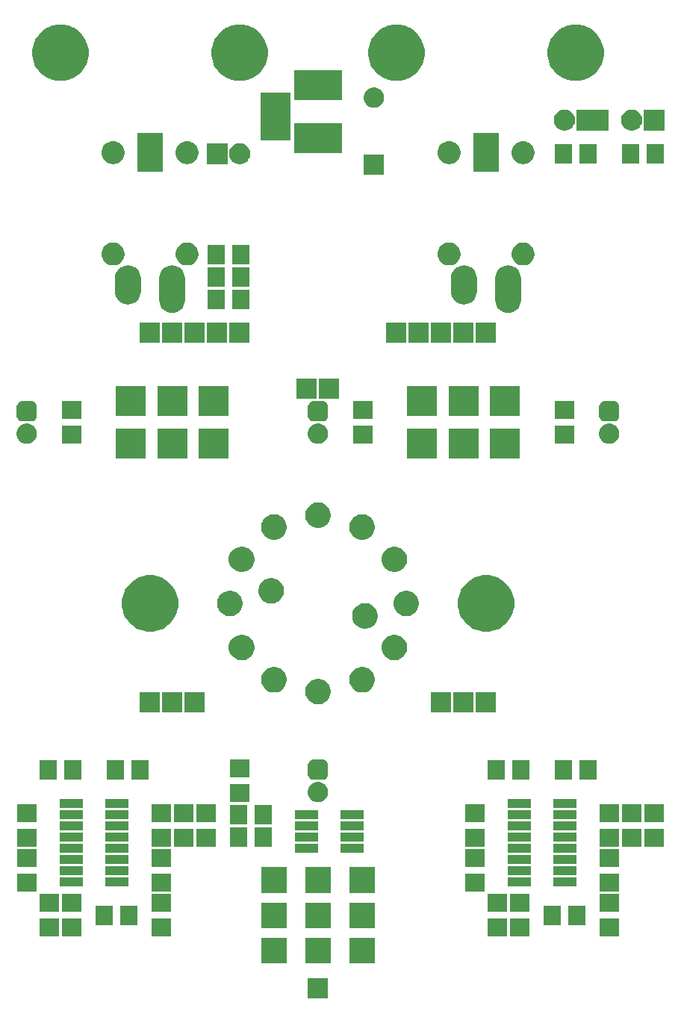
<source format=gbr>
G04 #@! TF.GenerationSoftware,KiCad,Pcbnew,5.1.6-c6e7f7d~87~ubuntu19.10.1*
G04 #@! TF.CreationDate,2021-08-21T16:07:25+06:00*
G04 #@! TF.ProjectId,salty_phaser_r1a,73616c74-795f-4706-9861-7365725f7231,1A*
G04 #@! TF.SameCoordinates,Original*
G04 #@! TF.FileFunction,Soldermask,Bot*
G04 #@! TF.FilePolarity,Negative*
%FSLAX46Y46*%
G04 Gerber Fmt 4.6, Leading zero omitted, Abs format (unit mm)*
G04 Created by KiCad (PCBNEW 5.1.6-c6e7f7d~87~ubuntu19.10.1) date 2021-08-21 16:07:25*
%MOMM*%
%LPD*%
G01*
G04 APERTURE LIST*
%ADD10C,0.100000*%
G04 APERTURE END LIST*
D10*
G36*
X106560000Y-203715000D02*
G01*
X104260000Y-203715000D01*
X104260000Y-201415000D01*
X106560000Y-201415000D01*
X106560000Y-203715000D01*
G37*
G36*
X111860000Y-199760000D02*
G01*
X108960000Y-199760000D01*
X108960000Y-196860000D01*
X111860000Y-196860000D01*
X111860000Y-199760000D01*
G37*
G36*
X101860000Y-199760000D02*
G01*
X98960000Y-199760000D01*
X98960000Y-196860000D01*
X101860000Y-196860000D01*
X101860000Y-199760000D01*
G37*
G36*
X106860000Y-199760000D02*
G01*
X103960000Y-199760000D01*
X103960000Y-196860000D01*
X106860000Y-196860000D01*
X106860000Y-199760000D01*
G37*
G36*
X88730000Y-196710000D02*
G01*
X86530000Y-196710000D01*
X86530000Y-194710000D01*
X88730000Y-194710000D01*
X88730000Y-196710000D01*
G37*
G36*
X78570000Y-196710000D02*
G01*
X76370000Y-196710000D01*
X76370000Y-194710000D01*
X78570000Y-194710000D01*
X78570000Y-196710000D01*
G37*
G36*
X76030000Y-196710000D02*
G01*
X73830000Y-196710000D01*
X73830000Y-194710000D01*
X76030000Y-194710000D01*
X76030000Y-196710000D01*
G37*
G36*
X126830000Y-196710000D02*
G01*
X124630000Y-196710000D01*
X124630000Y-194710000D01*
X126830000Y-194710000D01*
X126830000Y-196710000D01*
G37*
G36*
X129370000Y-196710000D02*
G01*
X127170000Y-196710000D01*
X127170000Y-194710000D01*
X129370000Y-194710000D01*
X129370000Y-196710000D01*
G37*
G36*
X139530000Y-196710000D02*
G01*
X137330000Y-196710000D01*
X137330000Y-194710000D01*
X139530000Y-194710000D01*
X139530000Y-196710000D01*
G37*
G36*
X101860000Y-195760000D02*
G01*
X98960000Y-195760000D01*
X98960000Y-192860000D01*
X101860000Y-192860000D01*
X101860000Y-195760000D01*
G37*
G36*
X106860000Y-195760000D02*
G01*
X103960000Y-195760000D01*
X103960000Y-192860000D01*
X106860000Y-192860000D01*
X106860000Y-195760000D01*
G37*
G36*
X111860000Y-195760000D02*
G01*
X108960000Y-195760000D01*
X108960000Y-192860000D01*
X111860000Y-192860000D01*
X111860000Y-195760000D01*
G37*
G36*
X135750000Y-195410000D02*
G01*
X133750000Y-195410000D01*
X133750000Y-193210000D01*
X135750000Y-193210000D01*
X135750000Y-195410000D01*
G37*
G36*
X82150000Y-195410000D02*
G01*
X80150000Y-195410000D01*
X80150000Y-193210000D01*
X82150000Y-193210000D01*
X82150000Y-195410000D01*
G37*
G36*
X132950000Y-195410000D02*
G01*
X130950000Y-195410000D01*
X130950000Y-193210000D01*
X132950000Y-193210000D01*
X132950000Y-195410000D01*
G37*
G36*
X84950000Y-195410000D02*
G01*
X82950000Y-195410000D01*
X82950000Y-193210000D01*
X84950000Y-193210000D01*
X84950000Y-195410000D01*
G37*
G36*
X126830000Y-193910000D02*
G01*
X124630000Y-193910000D01*
X124630000Y-191910000D01*
X126830000Y-191910000D01*
X126830000Y-193910000D01*
G37*
G36*
X78570000Y-193910000D02*
G01*
X76370000Y-193910000D01*
X76370000Y-191910000D01*
X78570000Y-191910000D01*
X78570000Y-193910000D01*
G37*
G36*
X139530000Y-193910000D02*
G01*
X137330000Y-193910000D01*
X137330000Y-191910000D01*
X139530000Y-191910000D01*
X139530000Y-193910000D01*
G37*
G36*
X88730000Y-193910000D02*
G01*
X86530000Y-193910000D01*
X86530000Y-191910000D01*
X88730000Y-191910000D01*
X88730000Y-193910000D01*
G37*
G36*
X129370000Y-193910000D02*
G01*
X127170000Y-193910000D01*
X127170000Y-191910000D01*
X129370000Y-191910000D01*
X129370000Y-193910000D01*
G37*
G36*
X76030000Y-193910000D02*
G01*
X73830000Y-193910000D01*
X73830000Y-191910000D01*
X76030000Y-191910000D01*
X76030000Y-193910000D01*
G37*
G36*
X106860000Y-191760000D02*
G01*
X103960000Y-191760000D01*
X103960000Y-188860000D01*
X106860000Y-188860000D01*
X106860000Y-191760000D01*
G37*
G36*
X111860000Y-191760000D02*
G01*
X108960000Y-191760000D01*
X108960000Y-188860000D01*
X111860000Y-188860000D01*
X111860000Y-191760000D01*
G37*
G36*
X101860000Y-191760000D02*
G01*
X98960000Y-191760000D01*
X98960000Y-188860000D01*
X101860000Y-188860000D01*
X101860000Y-191760000D01*
G37*
G36*
X73490000Y-191630000D02*
G01*
X71290000Y-191630000D01*
X71290000Y-189630000D01*
X73490000Y-189630000D01*
X73490000Y-191630000D01*
G37*
G36*
X139530000Y-191630000D02*
G01*
X137330000Y-191630000D01*
X137330000Y-189630000D01*
X139530000Y-189630000D01*
X139530000Y-191630000D01*
G37*
G36*
X124290000Y-191630000D02*
G01*
X122090000Y-191630000D01*
X122090000Y-189630000D01*
X124290000Y-189630000D01*
X124290000Y-191630000D01*
G37*
G36*
X88730000Y-191630000D02*
G01*
X86530000Y-191630000D01*
X86530000Y-189630000D01*
X88730000Y-189630000D01*
X88730000Y-191630000D01*
G37*
G36*
X129510000Y-191000000D02*
G01*
X126910000Y-191000000D01*
X126910000Y-190000000D01*
X129510000Y-190000000D01*
X129510000Y-191000000D01*
G37*
G36*
X134710000Y-191000000D02*
G01*
X132110000Y-191000000D01*
X132110000Y-190000000D01*
X134710000Y-190000000D01*
X134710000Y-191000000D01*
G37*
G36*
X83910000Y-191000000D02*
G01*
X81310000Y-191000000D01*
X81310000Y-190000000D01*
X83910000Y-190000000D01*
X83910000Y-191000000D01*
G37*
G36*
X78710000Y-191000000D02*
G01*
X76110000Y-191000000D01*
X76110000Y-190000000D01*
X78710000Y-190000000D01*
X78710000Y-191000000D01*
G37*
G36*
X134710000Y-189730000D02*
G01*
X132110000Y-189730000D01*
X132110000Y-188730000D01*
X134710000Y-188730000D01*
X134710000Y-189730000D01*
G37*
G36*
X129510000Y-189730000D02*
G01*
X126910000Y-189730000D01*
X126910000Y-188730000D01*
X129510000Y-188730000D01*
X129510000Y-189730000D01*
G37*
G36*
X83910000Y-189730000D02*
G01*
X81310000Y-189730000D01*
X81310000Y-188730000D01*
X83910000Y-188730000D01*
X83910000Y-189730000D01*
G37*
G36*
X78710000Y-189730000D02*
G01*
X76110000Y-189730000D01*
X76110000Y-188730000D01*
X78710000Y-188730000D01*
X78710000Y-189730000D01*
G37*
G36*
X124290000Y-188830000D02*
G01*
X122090000Y-188830000D01*
X122090000Y-186830000D01*
X124290000Y-186830000D01*
X124290000Y-188830000D01*
G37*
G36*
X139530000Y-188830000D02*
G01*
X137330000Y-188830000D01*
X137330000Y-186830000D01*
X139530000Y-186830000D01*
X139530000Y-188830000D01*
G37*
G36*
X88730000Y-188830000D02*
G01*
X86530000Y-188830000D01*
X86530000Y-186830000D01*
X88730000Y-186830000D01*
X88730000Y-188830000D01*
G37*
G36*
X73490000Y-188830000D02*
G01*
X71290000Y-188830000D01*
X71290000Y-186830000D01*
X73490000Y-186830000D01*
X73490000Y-188830000D01*
G37*
G36*
X134710000Y-188460000D02*
G01*
X132110000Y-188460000D01*
X132110000Y-187460000D01*
X134710000Y-187460000D01*
X134710000Y-188460000D01*
G37*
G36*
X129510000Y-188460000D02*
G01*
X126910000Y-188460000D01*
X126910000Y-187460000D01*
X129510000Y-187460000D01*
X129510000Y-188460000D01*
G37*
G36*
X83910000Y-188460000D02*
G01*
X81310000Y-188460000D01*
X81310000Y-187460000D01*
X83910000Y-187460000D01*
X83910000Y-188460000D01*
G37*
G36*
X78710000Y-188460000D02*
G01*
X76110000Y-188460000D01*
X76110000Y-187460000D01*
X78710000Y-187460000D01*
X78710000Y-188460000D01*
G37*
G36*
X134710000Y-187190000D02*
G01*
X132110000Y-187190000D01*
X132110000Y-186190000D01*
X134710000Y-186190000D01*
X134710000Y-187190000D01*
G37*
G36*
X105380000Y-187190000D02*
G01*
X102780000Y-187190000D01*
X102780000Y-186190000D01*
X105380000Y-186190000D01*
X105380000Y-187190000D01*
G37*
G36*
X110580000Y-187190000D02*
G01*
X107980000Y-187190000D01*
X107980000Y-186190000D01*
X110580000Y-186190000D01*
X110580000Y-187190000D01*
G37*
G36*
X78710000Y-187190000D02*
G01*
X76110000Y-187190000D01*
X76110000Y-186190000D01*
X78710000Y-186190000D01*
X78710000Y-187190000D01*
G37*
G36*
X83910000Y-187190000D02*
G01*
X81310000Y-187190000D01*
X81310000Y-186190000D01*
X83910000Y-186190000D01*
X83910000Y-187190000D01*
G37*
G36*
X129510000Y-187190000D02*
G01*
X126910000Y-187190000D01*
X126910000Y-186190000D01*
X129510000Y-186190000D01*
X129510000Y-187190000D01*
G37*
G36*
X88730000Y-186550000D02*
G01*
X86530000Y-186550000D01*
X86530000Y-184550000D01*
X88730000Y-184550000D01*
X88730000Y-186550000D01*
G37*
G36*
X93810000Y-186550000D02*
G01*
X91610000Y-186550000D01*
X91610000Y-184550000D01*
X93810000Y-184550000D01*
X93810000Y-186550000D01*
G37*
G36*
X142070000Y-186550000D02*
G01*
X139870000Y-186550000D01*
X139870000Y-184550000D01*
X142070000Y-184550000D01*
X142070000Y-186550000D01*
G37*
G36*
X144610000Y-186550000D02*
G01*
X142410000Y-186550000D01*
X142410000Y-184550000D01*
X144610000Y-184550000D01*
X144610000Y-186550000D01*
G37*
G36*
X91270000Y-186550000D02*
G01*
X89070000Y-186550000D01*
X89070000Y-184550000D01*
X91270000Y-184550000D01*
X91270000Y-186550000D01*
G37*
G36*
X124290000Y-186550000D02*
G01*
X122090000Y-186550000D01*
X122090000Y-184550000D01*
X124290000Y-184550000D01*
X124290000Y-186550000D01*
G37*
G36*
X73490000Y-186550000D02*
G01*
X71290000Y-186550000D01*
X71290000Y-184550000D01*
X73490000Y-184550000D01*
X73490000Y-186550000D01*
G37*
G36*
X139530000Y-186550000D02*
G01*
X137330000Y-186550000D01*
X137330000Y-184550000D01*
X139530000Y-184550000D01*
X139530000Y-186550000D01*
G37*
G36*
X100190000Y-186520000D02*
G01*
X98190000Y-186520000D01*
X98190000Y-184320000D01*
X100190000Y-184320000D01*
X100190000Y-186520000D01*
G37*
G36*
X97390000Y-186520000D02*
G01*
X95390000Y-186520000D01*
X95390000Y-184320000D01*
X97390000Y-184320000D01*
X97390000Y-186520000D01*
G37*
G36*
X78710000Y-185920000D02*
G01*
X76110000Y-185920000D01*
X76110000Y-184920000D01*
X78710000Y-184920000D01*
X78710000Y-185920000D01*
G37*
G36*
X83910000Y-185920000D02*
G01*
X81310000Y-185920000D01*
X81310000Y-184920000D01*
X83910000Y-184920000D01*
X83910000Y-185920000D01*
G37*
G36*
X110580000Y-185920000D02*
G01*
X107980000Y-185920000D01*
X107980000Y-184920000D01*
X110580000Y-184920000D01*
X110580000Y-185920000D01*
G37*
G36*
X105380000Y-185920000D02*
G01*
X102780000Y-185920000D01*
X102780000Y-184920000D01*
X105380000Y-184920000D01*
X105380000Y-185920000D01*
G37*
G36*
X134710000Y-185920000D02*
G01*
X132110000Y-185920000D01*
X132110000Y-184920000D01*
X134710000Y-184920000D01*
X134710000Y-185920000D01*
G37*
G36*
X129510000Y-185920000D02*
G01*
X126910000Y-185920000D01*
X126910000Y-184920000D01*
X129510000Y-184920000D01*
X129510000Y-185920000D01*
G37*
G36*
X83910000Y-184650000D02*
G01*
X81310000Y-184650000D01*
X81310000Y-183650000D01*
X83910000Y-183650000D01*
X83910000Y-184650000D01*
G37*
G36*
X78710000Y-184650000D02*
G01*
X76110000Y-184650000D01*
X76110000Y-183650000D01*
X78710000Y-183650000D01*
X78710000Y-184650000D01*
G37*
G36*
X105380000Y-184650000D02*
G01*
X102780000Y-184650000D01*
X102780000Y-183650000D01*
X105380000Y-183650000D01*
X105380000Y-184650000D01*
G37*
G36*
X110580000Y-184650000D02*
G01*
X107980000Y-184650000D01*
X107980000Y-183650000D01*
X110580000Y-183650000D01*
X110580000Y-184650000D01*
G37*
G36*
X129510000Y-184650000D02*
G01*
X126910000Y-184650000D01*
X126910000Y-183650000D01*
X129510000Y-183650000D01*
X129510000Y-184650000D01*
G37*
G36*
X134710000Y-184650000D02*
G01*
X132110000Y-184650000D01*
X132110000Y-183650000D01*
X134710000Y-183650000D01*
X134710000Y-184650000D01*
G37*
G36*
X97390000Y-183980000D02*
G01*
X95390000Y-183980000D01*
X95390000Y-181780000D01*
X97390000Y-181780000D01*
X97390000Y-183980000D01*
G37*
G36*
X100190000Y-183980000D02*
G01*
X98190000Y-183980000D01*
X98190000Y-181780000D01*
X100190000Y-181780000D01*
X100190000Y-183980000D01*
G37*
G36*
X91270000Y-183750000D02*
G01*
X89070000Y-183750000D01*
X89070000Y-181750000D01*
X91270000Y-181750000D01*
X91270000Y-183750000D01*
G37*
G36*
X93810000Y-183750000D02*
G01*
X91610000Y-183750000D01*
X91610000Y-181750000D01*
X93810000Y-181750000D01*
X93810000Y-183750000D01*
G37*
G36*
X73490000Y-183750000D02*
G01*
X71290000Y-183750000D01*
X71290000Y-181750000D01*
X73490000Y-181750000D01*
X73490000Y-183750000D01*
G37*
G36*
X88730000Y-183750000D02*
G01*
X86530000Y-183750000D01*
X86530000Y-181750000D01*
X88730000Y-181750000D01*
X88730000Y-183750000D01*
G37*
G36*
X139530000Y-183750000D02*
G01*
X137330000Y-183750000D01*
X137330000Y-181750000D01*
X139530000Y-181750000D01*
X139530000Y-183750000D01*
G37*
G36*
X124290000Y-183750000D02*
G01*
X122090000Y-183750000D01*
X122090000Y-181750000D01*
X124290000Y-181750000D01*
X124290000Y-183750000D01*
G37*
G36*
X144610000Y-183750000D02*
G01*
X142410000Y-183750000D01*
X142410000Y-181750000D01*
X144610000Y-181750000D01*
X144610000Y-183750000D01*
G37*
G36*
X142070000Y-183750000D02*
G01*
X139870000Y-183750000D01*
X139870000Y-181750000D01*
X142070000Y-181750000D01*
X142070000Y-183750000D01*
G37*
G36*
X129510000Y-183380000D02*
G01*
X126910000Y-183380000D01*
X126910000Y-182380000D01*
X129510000Y-182380000D01*
X129510000Y-183380000D01*
G37*
G36*
X134710000Y-183380000D02*
G01*
X132110000Y-183380000D01*
X132110000Y-182380000D01*
X134710000Y-182380000D01*
X134710000Y-183380000D01*
G37*
G36*
X110580000Y-183380000D02*
G01*
X107980000Y-183380000D01*
X107980000Y-182380000D01*
X110580000Y-182380000D01*
X110580000Y-183380000D01*
G37*
G36*
X78710000Y-183380000D02*
G01*
X76110000Y-183380000D01*
X76110000Y-182380000D01*
X78710000Y-182380000D01*
X78710000Y-183380000D01*
G37*
G36*
X105380000Y-183380000D02*
G01*
X102780000Y-183380000D01*
X102780000Y-182380000D01*
X105380000Y-182380000D01*
X105380000Y-183380000D01*
G37*
G36*
X83910000Y-183380000D02*
G01*
X81310000Y-183380000D01*
X81310000Y-182380000D01*
X83910000Y-182380000D01*
X83910000Y-183380000D01*
G37*
G36*
X83910000Y-182110000D02*
G01*
X81310000Y-182110000D01*
X81310000Y-181110000D01*
X83910000Y-181110000D01*
X83910000Y-182110000D01*
G37*
G36*
X78710000Y-182110000D02*
G01*
X76110000Y-182110000D01*
X76110000Y-181110000D01*
X78710000Y-181110000D01*
X78710000Y-182110000D01*
G37*
G36*
X134710000Y-182110000D02*
G01*
X132110000Y-182110000D01*
X132110000Y-181110000D01*
X134710000Y-181110000D01*
X134710000Y-182110000D01*
G37*
G36*
X129510000Y-182110000D02*
G01*
X126910000Y-182110000D01*
X126910000Y-181110000D01*
X129510000Y-181110000D01*
X129510000Y-182110000D01*
G37*
G36*
X105634354Y-179212097D02*
G01*
X105745443Y-179234194D01*
X105868039Y-179284976D01*
X105954728Y-179320883D01*
X106143081Y-179446736D01*
X106303264Y-179606919D01*
X106429117Y-179795272D01*
X106465024Y-179881961D01*
X106515806Y-180004557D01*
X106560000Y-180226735D01*
X106560000Y-180453265D01*
X106515806Y-180675443D01*
X106465024Y-180798039D01*
X106429117Y-180884728D01*
X106303264Y-181073081D01*
X106143081Y-181233264D01*
X105954728Y-181359117D01*
X105868039Y-181395024D01*
X105745443Y-181445806D01*
X105634354Y-181467903D01*
X105523267Y-181490000D01*
X105296733Y-181490000D01*
X105185646Y-181467903D01*
X105074557Y-181445806D01*
X104951961Y-181395024D01*
X104865272Y-181359117D01*
X104676919Y-181233264D01*
X104516736Y-181073081D01*
X104390883Y-180884728D01*
X104354976Y-180798039D01*
X104304194Y-180675443D01*
X104260000Y-180453265D01*
X104260000Y-180226735D01*
X104304194Y-180004557D01*
X104354976Y-179881961D01*
X104390883Y-179795272D01*
X104516736Y-179606919D01*
X104676919Y-179446736D01*
X104865272Y-179320883D01*
X104951961Y-179284976D01*
X105074557Y-179234194D01*
X105185646Y-179212097D01*
X105296733Y-179190000D01*
X105523267Y-179190000D01*
X105634354Y-179212097D01*
G37*
G36*
X97620000Y-181470000D02*
G01*
X95420000Y-181470000D01*
X95420000Y-179470000D01*
X97620000Y-179470000D01*
X97620000Y-181470000D01*
G37*
G36*
X106020663Y-176663111D02*
G01*
X106146307Y-176701225D01*
X106262096Y-176763115D01*
X106363590Y-176846410D01*
X106446885Y-176947904D01*
X106508775Y-177063693D01*
X106546889Y-177189337D01*
X106560000Y-177322454D01*
X106560000Y-178277546D01*
X106546889Y-178410663D01*
X106508775Y-178536307D01*
X106446885Y-178652096D01*
X106363590Y-178753590D01*
X106262096Y-178836885D01*
X106146307Y-178898775D01*
X106020663Y-178936889D01*
X105887546Y-178950000D01*
X104932454Y-178950000D01*
X104799337Y-178936889D01*
X104673693Y-178898775D01*
X104557904Y-178836885D01*
X104456410Y-178753590D01*
X104373115Y-178652096D01*
X104311225Y-178536307D01*
X104273111Y-178410663D01*
X104260000Y-178277546D01*
X104260000Y-177322454D01*
X104273111Y-177189337D01*
X104311225Y-177063693D01*
X104373115Y-176947904D01*
X104456410Y-176846410D01*
X104557904Y-176763115D01*
X104673693Y-176701225D01*
X104799337Y-176663111D01*
X104932454Y-176650000D01*
X105887546Y-176650000D01*
X106020663Y-176663111D01*
G37*
G36*
X126600000Y-178900000D02*
G01*
X124600000Y-178900000D01*
X124600000Y-176700000D01*
X126600000Y-176700000D01*
X126600000Y-178900000D01*
G37*
G36*
X134220000Y-178900000D02*
G01*
X132220000Y-178900000D01*
X132220000Y-176700000D01*
X134220000Y-176700000D01*
X134220000Y-178900000D01*
G37*
G36*
X86220000Y-178900000D02*
G01*
X84220000Y-178900000D01*
X84220000Y-176700000D01*
X86220000Y-176700000D01*
X86220000Y-178900000D01*
G37*
G36*
X83420000Y-178900000D02*
G01*
X81420000Y-178900000D01*
X81420000Y-176700000D01*
X83420000Y-176700000D01*
X83420000Y-178900000D01*
G37*
G36*
X129400000Y-178900000D02*
G01*
X127400000Y-178900000D01*
X127400000Y-176700000D01*
X129400000Y-176700000D01*
X129400000Y-178900000D01*
G37*
G36*
X78600000Y-178900000D02*
G01*
X76600000Y-178900000D01*
X76600000Y-176700000D01*
X78600000Y-176700000D01*
X78600000Y-178900000D01*
G37*
G36*
X75800000Y-178900000D02*
G01*
X73800000Y-178900000D01*
X73800000Y-176700000D01*
X75800000Y-176700000D01*
X75800000Y-178900000D01*
G37*
G36*
X137020000Y-178900000D02*
G01*
X135020000Y-178900000D01*
X135020000Y-176700000D01*
X137020000Y-176700000D01*
X137020000Y-178900000D01*
G37*
G36*
X97620000Y-178670000D02*
G01*
X95420000Y-178670000D01*
X95420000Y-176670000D01*
X97620000Y-176670000D01*
X97620000Y-178670000D01*
G37*
G36*
X120530000Y-171330000D02*
G01*
X118230000Y-171330000D01*
X118230000Y-169030000D01*
X120530000Y-169030000D01*
X120530000Y-171330000D01*
G37*
G36*
X87510000Y-171330000D02*
G01*
X85210000Y-171330000D01*
X85210000Y-169030000D01*
X87510000Y-169030000D01*
X87510000Y-171330000D01*
G37*
G36*
X90050000Y-171330000D02*
G01*
X87750000Y-171330000D01*
X87750000Y-169030000D01*
X90050000Y-169030000D01*
X90050000Y-171330000D01*
G37*
G36*
X92590000Y-171330000D02*
G01*
X90290000Y-171330000D01*
X90290000Y-169030000D01*
X92590000Y-169030000D01*
X92590000Y-171330000D01*
G37*
G36*
X125610000Y-171330000D02*
G01*
X123310000Y-171330000D01*
X123310000Y-169030000D01*
X125610000Y-169030000D01*
X125610000Y-171330000D01*
G37*
G36*
X123070000Y-171330000D02*
G01*
X120770000Y-171330000D01*
X120770000Y-169030000D01*
X123070000Y-169030000D01*
X123070000Y-171330000D01*
G37*
G36*
X105832948Y-167555722D02*
G01*
X106096831Y-167665026D01*
X106096833Y-167665027D01*
X106334321Y-167823711D01*
X106536289Y-168025679D01*
X106541316Y-168033203D01*
X106694974Y-168263169D01*
X106804278Y-168527052D01*
X106860000Y-168807186D01*
X106860000Y-169092814D01*
X106804278Y-169372948D01*
X106694974Y-169636831D01*
X106694973Y-169636833D01*
X106536289Y-169874321D01*
X106334321Y-170076289D01*
X106096833Y-170234973D01*
X106096832Y-170234974D01*
X106096831Y-170234974D01*
X105832948Y-170344278D01*
X105552814Y-170400000D01*
X105267186Y-170400000D01*
X104987052Y-170344278D01*
X104723169Y-170234974D01*
X104723168Y-170234974D01*
X104723167Y-170234973D01*
X104485679Y-170076289D01*
X104283711Y-169874321D01*
X104125027Y-169636833D01*
X104125026Y-169636831D01*
X104015722Y-169372948D01*
X103960000Y-169092814D01*
X103960000Y-168807186D01*
X104015722Y-168527052D01*
X104125026Y-168263169D01*
X104278684Y-168033203D01*
X104283711Y-168025679D01*
X104485679Y-167823711D01*
X104723167Y-167665027D01*
X104723169Y-167665026D01*
X104987052Y-167555722D01*
X105267186Y-167500000D01*
X105552814Y-167500000D01*
X105832948Y-167555722D01*
G37*
G36*
X100832949Y-166215976D02*
G01*
X101096832Y-166325280D01*
X101096834Y-166325281D01*
X101334322Y-166483965D01*
X101536290Y-166685933D01*
X101694974Y-166923421D01*
X101694975Y-166923423D01*
X101804279Y-167187306D01*
X101860001Y-167467440D01*
X101860001Y-167753068D01*
X101804279Y-168033202D01*
X101709024Y-168263167D01*
X101694974Y-168297087D01*
X101536290Y-168534575D01*
X101334322Y-168736543D01*
X101096834Y-168895227D01*
X101096833Y-168895228D01*
X101096832Y-168895228D01*
X100832949Y-169004532D01*
X100552815Y-169060254D01*
X100267187Y-169060254D01*
X99987053Y-169004532D01*
X99723170Y-168895228D01*
X99723169Y-168895228D01*
X99723168Y-168895227D01*
X99485680Y-168736543D01*
X99283712Y-168534575D01*
X99125028Y-168297087D01*
X99110978Y-168263167D01*
X99015723Y-168033202D01*
X98960001Y-167753068D01*
X98960001Y-167467440D01*
X99015723Y-167187306D01*
X99125027Y-166923423D01*
X99125028Y-166923421D01*
X99283712Y-166685933D01*
X99485680Y-166483965D01*
X99723168Y-166325281D01*
X99723170Y-166325280D01*
X99987053Y-166215976D01*
X100267187Y-166160254D01*
X100552815Y-166160254D01*
X100832949Y-166215976D01*
G37*
G36*
X110832948Y-166215976D02*
G01*
X111096831Y-166325280D01*
X111096833Y-166325281D01*
X111334321Y-166483965D01*
X111536289Y-166685933D01*
X111694973Y-166923421D01*
X111694974Y-166923423D01*
X111804278Y-167187306D01*
X111860000Y-167467440D01*
X111860000Y-167753068D01*
X111804278Y-168033202D01*
X111709023Y-168263167D01*
X111694973Y-168297087D01*
X111536289Y-168534575D01*
X111334321Y-168736543D01*
X111096833Y-168895227D01*
X111096832Y-168895228D01*
X111096831Y-168895228D01*
X110832948Y-169004532D01*
X110552814Y-169060254D01*
X110267186Y-169060254D01*
X109987052Y-169004532D01*
X109723169Y-168895228D01*
X109723168Y-168895228D01*
X109723167Y-168895227D01*
X109485679Y-168736543D01*
X109283711Y-168534575D01*
X109125027Y-168297087D01*
X109110977Y-168263167D01*
X109015722Y-168033202D01*
X108960000Y-167753068D01*
X108960000Y-167467440D01*
X109015722Y-167187306D01*
X109125026Y-166923423D01*
X109125027Y-166923421D01*
X109283711Y-166685933D01*
X109485679Y-166483965D01*
X109723167Y-166325281D01*
X109723169Y-166325280D01*
X109987052Y-166215976D01*
X110267186Y-166160254D01*
X110552814Y-166160254D01*
X110832948Y-166215976D01*
G37*
G36*
X97172694Y-162555722D02*
G01*
X97436577Y-162665026D01*
X97436579Y-162665027D01*
X97674067Y-162823711D01*
X97876035Y-163025679D01*
X98034718Y-163263166D01*
X98034720Y-163263169D01*
X98144024Y-163527052D01*
X98199746Y-163807186D01*
X98199746Y-164092814D01*
X98144024Y-164372948D01*
X98034720Y-164636830D01*
X98034719Y-164636833D01*
X97876035Y-164874321D01*
X97674067Y-165076289D01*
X97436579Y-165234973D01*
X97436578Y-165234974D01*
X97436577Y-165234974D01*
X97172694Y-165344278D01*
X96892560Y-165400000D01*
X96606932Y-165400000D01*
X96326798Y-165344278D01*
X96062915Y-165234974D01*
X96062914Y-165234974D01*
X96062913Y-165234973D01*
X95825425Y-165076289D01*
X95623457Y-164874321D01*
X95464773Y-164636833D01*
X95464772Y-164636830D01*
X95355468Y-164372948D01*
X95299746Y-164092814D01*
X95299746Y-163807186D01*
X95355468Y-163527052D01*
X95464772Y-163263169D01*
X95464774Y-163263166D01*
X95623457Y-163025679D01*
X95825425Y-162823711D01*
X96062913Y-162665027D01*
X96062915Y-162665026D01*
X96326798Y-162555722D01*
X96606932Y-162500000D01*
X96892560Y-162500000D01*
X97172694Y-162555722D01*
G37*
G36*
X114493202Y-162555721D02*
G01*
X114757085Y-162665025D01*
X114757087Y-162665026D01*
X114994575Y-162823710D01*
X115196543Y-163025678D01*
X115196544Y-163025680D01*
X115355228Y-163263168D01*
X115464532Y-163527051D01*
X115520254Y-163807185D01*
X115520254Y-164092813D01*
X115464532Y-164372947D01*
X115464531Y-164372949D01*
X115355227Y-164636832D01*
X115196543Y-164874320D01*
X114994575Y-165076288D01*
X114757087Y-165234972D01*
X114757086Y-165234973D01*
X114757085Y-165234973D01*
X114493202Y-165344277D01*
X114213068Y-165399999D01*
X113927440Y-165399999D01*
X113647306Y-165344277D01*
X113383423Y-165234973D01*
X113383422Y-165234973D01*
X113383421Y-165234972D01*
X113145933Y-165076288D01*
X112943965Y-164874320D01*
X112785281Y-164636832D01*
X112675977Y-164372949D01*
X112675976Y-164372947D01*
X112620254Y-164092813D01*
X112620254Y-163807185D01*
X112675976Y-163527051D01*
X112785280Y-163263168D01*
X112943964Y-163025680D01*
X112943965Y-163025678D01*
X113145933Y-162823710D01*
X113383421Y-162665026D01*
X113383423Y-162665025D01*
X113647306Y-162555721D01*
X113927440Y-162499999D01*
X114213068Y-162499999D01*
X114493202Y-162555721D01*
G37*
G36*
X87293404Y-155872974D02*
G01*
X87634545Y-156014279D01*
X87875768Y-156114197D01*
X88399881Y-156464398D01*
X88845602Y-156910119D01*
X89195803Y-157434232D01*
X89246126Y-157555723D01*
X89437026Y-158016596D01*
X89560000Y-158634826D01*
X89560000Y-159265174D01*
X89437026Y-159883404D01*
X89409210Y-159950557D01*
X89195803Y-160465768D01*
X88845602Y-160989881D01*
X88399881Y-161435602D01*
X87875768Y-161785803D01*
X87634545Y-161885721D01*
X87293404Y-162027026D01*
X86675174Y-162150000D01*
X86044826Y-162150000D01*
X85426596Y-162027026D01*
X85085455Y-161885721D01*
X84844232Y-161785803D01*
X84320119Y-161435602D01*
X83874398Y-160989881D01*
X83524197Y-160465768D01*
X83310790Y-159950557D01*
X83282974Y-159883404D01*
X83160000Y-159265174D01*
X83160000Y-158634826D01*
X83282974Y-158016596D01*
X83473874Y-157555723D01*
X83524197Y-157434232D01*
X83874398Y-156910119D01*
X84320119Y-156464398D01*
X84844232Y-156114197D01*
X85085455Y-156014279D01*
X85426596Y-155872974D01*
X86044826Y-155750000D01*
X86675174Y-155750000D01*
X87293404Y-155872974D01*
G37*
G36*
X125393404Y-155872974D02*
G01*
X125734545Y-156014279D01*
X125975768Y-156114197D01*
X126499881Y-156464398D01*
X126945602Y-156910119D01*
X127295803Y-157434232D01*
X127346126Y-157555723D01*
X127537026Y-158016596D01*
X127660000Y-158634826D01*
X127660000Y-159265174D01*
X127537026Y-159883404D01*
X127509210Y-159950557D01*
X127295803Y-160465768D01*
X126945602Y-160989881D01*
X126499881Y-161435602D01*
X125975768Y-161785803D01*
X125734545Y-161885721D01*
X125393404Y-162027026D01*
X124775174Y-162150000D01*
X124144826Y-162150000D01*
X123526596Y-162027026D01*
X123185455Y-161885721D01*
X122944232Y-161785803D01*
X122420119Y-161435602D01*
X121974398Y-160989881D01*
X121624197Y-160465768D01*
X121410790Y-159950557D01*
X121382974Y-159883404D01*
X121260000Y-159265174D01*
X121260000Y-158634826D01*
X121382974Y-158016596D01*
X121573874Y-157555723D01*
X121624197Y-157434232D01*
X121974398Y-156910119D01*
X122420119Y-156464398D01*
X122944232Y-156114197D01*
X123185455Y-156014279D01*
X123526596Y-155872974D01*
X124144826Y-155750000D01*
X124775174Y-155750000D01*
X125393404Y-155872974D01*
G37*
G36*
X111145540Y-158979227D02*
G01*
X111409423Y-159088531D01*
X111409425Y-159088532D01*
X111646913Y-159247216D01*
X111848881Y-159449184D01*
X112007565Y-159686672D01*
X112007566Y-159686674D01*
X112116870Y-159950557D01*
X112172592Y-160230691D01*
X112172592Y-160516319D01*
X112116870Y-160796453D01*
X112036750Y-160989879D01*
X112007565Y-161060338D01*
X111848881Y-161297826D01*
X111646913Y-161499794D01*
X111409425Y-161658478D01*
X111409424Y-161658479D01*
X111409423Y-161658479D01*
X111145540Y-161767783D01*
X110865406Y-161823505D01*
X110579778Y-161823505D01*
X110299644Y-161767783D01*
X110035761Y-161658479D01*
X110035760Y-161658479D01*
X110035759Y-161658478D01*
X109798271Y-161499794D01*
X109596303Y-161297826D01*
X109437619Y-161060338D01*
X109408434Y-160989879D01*
X109328314Y-160796453D01*
X109272592Y-160516319D01*
X109272592Y-160230691D01*
X109328314Y-159950557D01*
X109437618Y-159686674D01*
X109437619Y-159686672D01*
X109596303Y-159449184D01*
X109798271Y-159247216D01*
X110035759Y-159088532D01*
X110035761Y-159088531D01*
X110299644Y-158979227D01*
X110579778Y-158923505D01*
X110865406Y-158923505D01*
X111145540Y-158979227D01*
G37*
G36*
X115832948Y-157555722D02*
G01*
X116096831Y-157665026D01*
X116096833Y-157665027D01*
X116334321Y-157823711D01*
X116536289Y-158025679D01*
X116694973Y-158263167D01*
X116694974Y-158263169D01*
X116804278Y-158527052D01*
X116860000Y-158807186D01*
X116860000Y-159092814D01*
X116804278Y-159372948D01*
X116694974Y-159636831D01*
X116694973Y-159636833D01*
X116536289Y-159874321D01*
X116334321Y-160076289D01*
X116096833Y-160234973D01*
X116096832Y-160234974D01*
X116096831Y-160234974D01*
X115832948Y-160344278D01*
X115552814Y-160400000D01*
X115267186Y-160400000D01*
X114987052Y-160344278D01*
X114723169Y-160234974D01*
X114723168Y-160234974D01*
X114723167Y-160234973D01*
X114485679Y-160076289D01*
X114283711Y-159874321D01*
X114125027Y-159636833D01*
X114125026Y-159636831D01*
X114015722Y-159372948D01*
X113960000Y-159092814D01*
X113960000Y-158807186D01*
X114015722Y-158527052D01*
X114125026Y-158263169D01*
X114125027Y-158263167D01*
X114283711Y-158025679D01*
X114485679Y-157823711D01*
X114723167Y-157665027D01*
X114723169Y-157665026D01*
X114987052Y-157555722D01*
X115267186Y-157500000D01*
X115552814Y-157500000D01*
X115832948Y-157555722D01*
G37*
G36*
X95832948Y-157555722D02*
G01*
X96096831Y-157665026D01*
X96096833Y-157665027D01*
X96334321Y-157823711D01*
X96536289Y-158025679D01*
X96694973Y-158263167D01*
X96694974Y-158263169D01*
X96804278Y-158527052D01*
X96860000Y-158807186D01*
X96860000Y-159092814D01*
X96804278Y-159372948D01*
X96694974Y-159636831D01*
X96694973Y-159636833D01*
X96536289Y-159874321D01*
X96334321Y-160076289D01*
X96096833Y-160234973D01*
X96096832Y-160234974D01*
X96096831Y-160234974D01*
X95832948Y-160344278D01*
X95552814Y-160400000D01*
X95267186Y-160400000D01*
X94987052Y-160344278D01*
X94723169Y-160234974D01*
X94723168Y-160234974D01*
X94723167Y-160234973D01*
X94485679Y-160076289D01*
X94283711Y-159874321D01*
X94125027Y-159636833D01*
X94125026Y-159636831D01*
X94015722Y-159372948D01*
X93960000Y-159092814D01*
X93960000Y-158807186D01*
X94015722Y-158527052D01*
X94125026Y-158263169D01*
X94125027Y-158263167D01*
X94283711Y-158025679D01*
X94485679Y-157823711D01*
X94723167Y-157665027D01*
X94723169Y-157665026D01*
X94987052Y-157555722D01*
X95267186Y-157500000D01*
X95552814Y-157500000D01*
X95832948Y-157555722D01*
G37*
G36*
X100520356Y-156132217D02*
G01*
X100784239Y-156241521D01*
X100784241Y-156241522D01*
X101021729Y-156400206D01*
X101223697Y-156602174D01*
X101382381Y-156839662D01*
X101382382Y-156839664D01*
X101491686Y-157103547D01*
X101547408Y-157383681D01*
X101547408Y-157669309D01*
X101491686Y-157949443D01*
X101382382Y-158213326D01*
X101382381Y-158213328D01*
X101223697Y-158450816D01*
X101021729Y-158652784D01*
X100784241Y-158811468D01*
X100784240Y-158811469D01*
X100784239Y-158811469D01*
X100520356Y-158920773D01*
X100240222Y-158976495D01*
X99954594Y-158976495D01*
X99674460Y-158920773D01*
X99410577Y-158811469D01*
X99410576Y-158811469D01*
X99410575Y-158811468D01*
X99173087Y-158652784D01*
X98971119Y-158450816D01*
X98812435Y-158213328D01*
X98812434Y-158213326D01*
X98703130Y-157949443D01*
X98647408Y-157669309D01*
X98647408Y-157383681D01*
X98703130Y-157103547D01*
X98812434Y-156839664D01*
X98812435Y-156839662D01*
X98971119Y-156602174D01*
X99173087Y-156400206D01*
X99410575Y-156241522D01*
X99410577Y-156241521D01*
X99674460Y-156132217D01*
X99954594Y-156076495D01*
X100240222Y-156076495D01*
X100520356Y-156132217D01*
G37*
G36*
X97172694Y-152555723D02*
G01*
X97436577Y-152665027D01*
X97436579Y-152665028D01*
X97674067Y-152823712D01*
X97876035Y-153025680D01*
X98034718Y-153263167D01*
X98034720Y-153263170D01*
X98144024Y-153527053D01*
X98199746Y-153807187D01*
X98199746Y-154092815D01*
X98144024Y-154372949D01*
X98034720Y-154636831D01*
X98034719Y-154636834D01*
X97876035Y-154874322D01*
X97674067Y-155076290D01*
X97436579Y-155234974D01*
X97436578Y-155234975D01*
X97436577Y-155234975D01*
X97172694Y-155344279D01*
X96892560Y-155400001D01*
X96606932Y-155400001D01*
X96326798Y-155344279D01*
X96062915Y-155234975D01*
X96062914Y-155234975D01*
X96062913Y-155234974D01*
X95825425Y-155076290D01*
X95623457Y-154874322D01*
X95464773Y-154636834D01*
X95464772Y-154636831D01*
X95355468Y-154372949D01*
X95299746Y-154092815D01*
X95299746Y-153807187D01*
X95355468Y-153527053D01*
X95464772Y-153263170D01*
X95464774Y-153263167D01*
X95623457Y-153025680D01*
X95825425Y-152823712D01*
X96062913Y-152665028D01*
X96062915Y-152665027D01*
X96326798Y-152555723D01*
X96606932Y-152500001D01*
X96892560Y-152500001D01*
X97172694Y-152555723D01*
G37*
G36*
X114493202Y-152555722D02*
G01*
X114757085Y-152665026D01*
X114757087Y-152665027D01*
X114994575Y-152823711D01*
X115196543Y-153025679D01*
X115196544Y-153025681D01*
X115355228Y-153263169D01*
X115464532Y-153527052D01*
X115520254Y-153807186D01*
X115520254Y-154092814D01*
X115464532Y-154372948D01*
X115464531Y-154372950D01*
X115355227Y-154636833D01*
X115196543Y-154874321D01*
X114994575Y-155076289D01*
X114757087Y-155234973D01*
X114757086Y-155234974D01*
X114757085Y-155234974D01*
X114493202Y-155344278D01*
X114213068Y-155400000D01*
X113927440Y-155400000D01*
X113647306Y-155344278D01*
X113383423Y-155234974D01*
X113383422Y-155234974D01*
X113383421Y-155234973D01*
X113145933Y-155076289D01*
X112943965Y-154874321D01*
X112785281Y-154636833D01*
X112675977Y-154372950D01*
X112675976Y-154372948D01*
X112620254Y-154092814D01*
X112620254Y-153807186D01*
X112675976Y-153527052D01*
X112785280Y-153263169D01*
X112943964Y-153025681D01*
X112943965Y-153025679D01*
X113145933Y-152823711D01*
X113383421Y-152665027D01*
X113383423Y-152665026D01*
X113647306Y-152555722D01*
X113927440Y-152500000D01*
X114213068Y-152500000D01*
X114493202Y-152555722D01*
G37*
G36*
X110832947Y-148895468D02*
G01*
X111096830Y-149004772D01*
X111096832Y-149004773D01*
X111334320Y-149163457D01*
X111536288Y-149365425D01*
X111541315Y-149372949D01*
X111694973Y-149602915D01*
X111804277Y-149866798D01*
X111859999Y-150146932D01*
X111859999Y-150432560D01*
X111804277Y-150712694D01*
X111694973Y-150976577D01*
X111694972Y-150976579D01*
X111536288Y-151214067D01*
X111334320Y-151416035D01*
X111096832Y-151574719D01*
X111096831Y-151574720D01*
X111096830Y-151574720D01*
X110832947Y-151684024D01*
X110552813Y-151739746D01*
X110267185Y-151739746D01*
X109987051Y-151684024D01*
X109723168Y-151574720D01*
X109723167Y-151574720D01*
X109723166Y-151574719D01*
X109485678Y-151416035D01*
X109283710Y-151214067D01*
X109125026Y-150976579D01*
X109125025Y-150976577D01*
X109015721Y-150712694D01*
X108959999Y-150432560D01*
X108959999Y-150146932D01*
X109015721Y-149866798D01*
X109125025Y-149602915D01*
X109278683Y-149372949D01*
X109283710Y-149365425D01*
X109485678Y-149163457D01*
X109723166Y-149004773D01*
X109723168Y-149004772D01*
X109987051Y-148895468D01*
X110267185Y-148839746D01*
X110552813Y-148839746D01*
X110832947Y-148895468D01*
G37*
G36*
X100832948Y-148895468D02*
G01*
X101096831Y-149004772D01*
X101096833Y-149004773D01*
X101334321Y-149163457D01*
X101536289Y-149365425D01*
X101541316Y-149372949D01*
X101694974Y-149602915D01*
X101804278Y-149866798D01*
X101860000Y-150146932D01*
X101860000Y-150432560D01*
X101804278Y-150712694D01*
X101694974Y-150976577D01*
X101694973Y-150976579D01*
X101536289Y-151214067D01*
X101334321Y-151416035D01*
X101096833Y-151574719D01*
X101096832Y-151574720D01*
X101096831Y-151574720D01*
X100832948Y-151684024D01*
X100552814Y-151739746D01*
X100267186Y-151739746D01*
X99987052Y-151684024D01*
X99723169Y-151574720D01*
X99723168Y-151574720D01*
X99723167Y-151574719D01*
X99485679Y-151416035D01*
X99283711Y-151214067D01*
X99125027Y-150976579D01*
X99125026Y-150976577D01*
X99015722Y-150712694D01*
X98960000Y-150432560D01*
X98960000Y-150146932D01*
X99015722Y-149866798D01*
X99125026Y-149602915D01*
X99278684Y-149372949D01*
X99283711Y-149365425D01*
X99485679Y-149163457D01*
X99723167Y-149004773D01*
X99723169Y-149004772D01*
X99987052Y-148895468D01*
X100267186Y-148839746D01*
X100552814Y-148839746D01*
X100832948Y-148895468D01*
G37*
G36*
X105832948Y-147555722D02*
G01*
X106096831Y-147665026D01*
X106096833Y-147665027D01*
X106334321Y-147823711D01*
X106536289Y-148025679D01*
X106694973Y-148263167D01*
X106694974Y-148263169D01*
X106804278Y-148527052D01*
X106860000Y-148807186D01*
X106860000Y-149092814D01*
X106804278Y-149372948D01*
X106709023Y-149602913D01*
X106694973Y-149636833D01*
X106536289Y-149874321D01*
X106334321Y-150076289D01*
X106096833Y-150234973D01*
X106096832Y-150234974D01*
X106096831Y-150234974D01*
X105832948Y-150344278D01*
X105552814Y-150400000D01*
X105267186Y-150400000D01*
X104987052Y-150344278D01*
X104723169Y-150234974D01*
X104723168Y-150234974D01*
X104723167Y-150234973D01*
X104485679Y-150076289D01*
X104283711Y-149874321D01*
X104125027Y-149636833D01*
X104110977Y-149602913D01*
X104015722Y-149372948D01*
X103960000Y-149092814D01*
X103960000Y-148807186D01*
X104015722Y-148527052D01*
X104125026Y-148263169D01*
X104125027Y-148263167D01*
X104283711Y-148025679D01*
X104485679Y-147823711D01*
X104723167Y-147665027D01*
X104723169Y-147665026D01*
X104987052Y-147555722D01*
X105267186Y-147500000D01*
X105552814Y-147500000D01*
X105832948Y-147555722D01*
G37*
G36*
X85900000Y-142530000D02*
G01*
X82500000Y-142530000D01*
X82500000Y-139130000D01*
X85900000Y-139130000D01*
X85900000Y-142530000D01*
G37*
G36*
X123620000Y-142530000D02*
G01*
X120220000Y-142530000D01*
X120220000Y-139130000D01*
X123620000Y-139130000D01*
X123620000Y-142530000D01*
G37*
G36*
X128320000Y-142530000D02*
G01*
X124920000Y-142530000D01*
X124920000Y-139130000D01*
X128320000Y-139130000D01*
X128320000Y-142530000D01*
G37*
G36*
X90600000Y-142530000D02*
G01*
X87200000Y-142530000D01*
X87200000Y-139130000D01*
X90600000Y-139130000D01*
X90600000Y-142530000D01*
G37*
G36*
X95300000Y-142530000D02*
G01*
X91900000Y-142530000D01*
X91900000Y-139130000D01*
X95300000Y-139130000D01*
X95300000Y-142530000D01*
G37*
G36*
X118920000Y-142530000D02*
G01*
X115520000Y-142530000D01*
X115520000Y-139130000D01*
X118920000Y-139130000D01*
X118920000Y-142530000D01*
G37*
G36*
X138654354Y-138572097D02*
G01*
X138765443Y-138594194D01*
X138888039Y-138644976D01*
X138974728Y-138680883D01*
X139163081Y-138806736D01*
X139323264Y-138966919D01*
X139449117Y-139155272D01*
X139485024Y-139241961D01*
X139535806Y-139364557D01*
X139580000Y-139586735D01*
X139580000Y-139813265D01*
X139535806Y-140035443D01*
X139485024Y-140158039D01*
X139449117Y-140244728D01*
X139323264Y-140433081D01*
X139163081Y-140593264D01*
X138974728Y-140719117D01*
X138888039Y-140755024D01*
X138765443Y-140805806D01*
X138654354Y-140827903D01*
X138543267Y-140850000D01*
X138316733Y-140850000D01*
X138205646Y-140827903D01*
X138094557Y-140805806D01*
X137971961Y-140755024D01*
X137885272Y-140719117D01*
X137696919Y-140593264D01*
X137536736Y-140433081D01*
X137410883Y-140244728D01*
X137374976Y-140158039D01*
X137324194Y-140035443D01*
X137280000Y-139813265D01*
X137280000Y-139586735D01*
X137324194Y-139364557D01*
X137374976Y-139241961D01*
X137410883Y-139155272D01*
X137536736Y-138966919D01*
X137696919Y-138806736D01*
X137885272Y-138680883D01*
X137971961Y-138644976D01*
X138094557Y-138594194D01*
X138205646Y-138572097D01*
X138316733Y-138550000D01*
X138543267Y-138550000D01*
X138654354Y-138572097D01*
G37*
G36*
X105634354Y-138572097D02*
G01*
X105745443Y-138594194D01*
X105868039Y-138644976D01*
X105954728Y-138680883D01*
X106143081Y-138806736D01*
X106303264Y-138966919D01*
X106429117Y-139155272D01*
X106465024Y-139241961D01*
X106515806Y-139364557D01*
X106560000Y-139586735D01*
X106560000Y-139813265D01*
X106515806Y-140035443D01*
X106465024Y-140158039D01*
X106429117Y-140244728D01*
X106303264Y-140433081D01*
X106143081Y-140593264D01*
X105954728Y-140719117D01*
X105868039Y-140755024D01*
X105745443Y-140805806D01*
X105634354Y-140827903D01*
X105523267Y-140850000D01*
X105296733Y-140850000D01*
X105185646Y-140827903D01*
X105074557Y-140805806D01*
X104951961Y-140755024D01*
X104865272Y-140719117D01*
X104676919Y-140593264D01*
X104516736Y-140433081D01*
X104390883Y-140244728D01*
X104354976Y-140158039D01*
X104304194Y-140035443D01*
X104260000Y-139813265D01*
X104260000Y-139586735D01*
X104304194Y-139364557D01*
X104354976Y-139241961D01*
X104390883Y-139155272D01*
X104516736Y-138966919D01*
X104676919Y-138806736D01*
X104865272Y-138680883D01*
X104951961Y-138644976D01*
X105074557Y-138594194D01*
X105185646Y-138572097D01*
X105296733Y-138550000D01*
X105523267Y-138550000D01*
X105634354Y-138572097D01*
G37*
G36*
X72614354Y-138572097D02*
G01*
X72725443Y-138594194D01*
X72848039Y-138644976D01*
X72934728Y-138680883D01*
X73123081Y-138806736D01*
X73283264Y-138966919D01*
X73409117Y-139155272D01*
X73445024Y-139241961D01*
X73495806Y-139364557D01*
X73540000Y-139586735D01*
X73540000Y-139813265D01*
X73495806Y-140035443D01*
X73445024Y-140158039D01*
X73409117Y-140244728D01*
X73283264Y-140433081D01*
X73123081Y-140593264D01*
X72934728Y-140719117D01*
X72848039Y-140755024D01*
X72725443Y-140805806D01*
X72614354Y-140827903D01*
X72503267Y-140850000D01*
X72276733Y-140850000D01*
X72165646Y-140827903D01*
X72054557Y-140805806D01*
X71931961Y-140755024D01*
X71845272Y-140719117D01*
X71656919Y-140593264D01*
X71496736Y-140433081D01*
X71370883Y-140244728D01*
X71334976Y-140158039D01*
X71284194Y-140035443D01*
X71240000Y-139813265D01*
X71240000Y-139586735D01*
X71284194Y-139364557D01*
X71334976Y-139241961D01*
X71370883Y-139155272D01*
X71496736Y-138966919D01*
X71656919Y-138806736D01*
X71845272Y-138680883D01*
X71931961Y-138644976D01*
X72054557Y-138594194D01*
X72165646Y-138572097D01*
X72276733Y-138550000D01*
X72503267Y-138550000D01*
X72614354Y-138572097D01*
G37*
G36*
X78570000Y-140830000D02*
G01*
X76370000Y-140830000D01*
X76370000Y-138830000D01*
X78570000Y-138830000D01*
X78570000Y-140830000D01*
G37*
G36*
X134450000Y-140830000D02*
G01*
X132250000Y-140830000D01*
X132250000Y-138830000D01*
X134450000Y-138830000D01*
X134450000Y-140830000D01*
G37*
G36*
X111590000Y-140830000D02*
G01*
X109390000Y-140830000D01*
X109390000Y-138830000D01*
X111590000Y-138830000D01*
X111590000Y-140830000D01*
G37*
G36*
X73000663Y-136023111D02*
G01*
X73126307Y-136061225D01*
X73242096Y-136123115D01*
X73343590Y-136206410D01*
X73426885Y-136307904D01*
X73488775Y-136423693D01*
X73526889Y-136549337D01*
X73540000Y-136682454D01*
X73540000Y-137637546D01*
X73526889Y-137770663D01*
X73488775Y-137896307D01*
X73426885Y-138012096D01*
X73343590Y-138113590D01*
X73242096Y-138196885D01*
X73126307Y-138258775D01*
X73000663Y-138296889D01*
X72867546Y-138310000D01*
X71912454Y-138310000D01*
X71779337Y-138296889D01*
X71653693Y-138258775D01*
X71537904Y-138196885D01*
X71436410Y-138113590D01*
X71353115Y-138012096D01*
X71291225Y-137896307D01*
X71253111Y-137770663D01*
X71240000Y-137637546D01*
X71240000Y-136682454D01*
X71253111Y-136549337D01*
X71291225Y-136423693D01*
X71353115Y-136307904D01*
X71436410Y-136206410D01*
X71537904Y-136123115D01*
X71653693Y-136061225D01*
X71779337Y-136023111D01*
X71912454Y-136010000D01*
X72867546Y-136010000D01*
X73000663Y-136023111D01*
G37*
G36*
X139040663Y-136023111D02*
G01*
X139166307Y-136061225D01*
X139282096Y-136123115D01*
X139383590Y-136206410D01*
X139466885Y-136307904D01*
X139528775Y-136423693D01*
X139566889Y-136549337D01*
X139580000Y-136682454D01*
X139580000Y-137637546D01*
X139566889Y-137770663D01*
X139528775Y-137896307D01*
X139466885Y-138012096D01*
X139383590Y-138113590D01*
X139282096Y-138196885D01*
X139166307Y-138258775D01*
X139040663Y-138296889D01*
X138907546Y-138310000D01*
X137952454Y-138310000D01*
X137819337Y-138296889D01*
X137693693Y-138258775D01*
X137577904Y-138196885D01*
X137476410Y-138113590D01*
X137393115Y-138012096D01*
X137331225Y-137896307D01*
X137293111Y-137770663D01*
X137280000Y-137637546D01*
X137280000Y-136682454D01*
X137293111Y-136549337D01*
X137331225Y-136423693D01*
X137393115Y-136307904D01*
X137476410Y-136206410D01*
X137577904Y-136123115D01*
X137693693Y-136061225D01*
X137819337Y-136023111D01*
X137952454Y-136010000D01*
X138907546Y-136010000D01*
X139040663Y-136023111D01*
G37*
G36*
X106020663Y-136023111D02*
G01*
X106146307Y-136061225D01*
X106262096Y-136123115D01*
X106363590Y-136206410D01*
X106446885Y-136307904D01*
X106508775Y-136423693D01*
X106546889Y-136549337D01*
X106560000Y-136682454D01*
X106560000Y-137637546D01*
X106546889Y-137770663D01*
X106508775Y-137896307D01*
X106446885Y-138012096D01*
X106363590Y-138113590D01*
X106262096Y-138196885D01*
X106146307Y-138258775D01*
X106020663Y-138296889D01*
X105887546Y-138310000D01*
X104932454Y-138310000D01*
X104799337Y-138296889D01*
X104673693Y-138258775D01*
X104557904Y-138196885D01*
X104456410Y-138113590D01*
X104373115Y-138012096D01*
X104311225Y-137896307D01*
X104273111Y-137770663D01*
X104260000Y-137637546D01*
X104260000Y-136682454D01*
X104273111Y-136549337D01*
X104311225Y-136423693D01*
X104373115Y-136307904D01*
X104456410Y-136206410D01*
X104557904Y-136123115D01*
X104673693Y-136061225D01*
X104799337Y-136023111D01*
X104932454Y-136010000D01*
X105887546Y-136010000D01*
X106020663Y-136023111D01*
G37*
G36*
X134450000Y-138030000D02*
G01*
X132250000Y-138030000D01*
X132250000Y-136030000D01*
X134450000Y-136030000D01*
X134450000Y-138030000D01*
G37*
G36*
X111590000Y-138030000D02*
G01*
X109390000Y-138030000D01*
X109390000Y-136030000D01*
X111590000Y-136030000D01*
X111590000Y-138030000D01*
G37*
G36*
X78570000Y-138030000D02*
G01*
X76370000Y-138030000D01*
X76370000Y-136030000D01*
X78570000Y-136030000D01*
X78570000Y-138030000D01*
G37*
G36*
X128320000Y-137730000D02*
G01*
X124920000Y-137730000D01*
X124920000Y-134330000D01*
X128320000Y-134330000D01*
X128320000Y-137730000D01*
G37*
G36*
X85900000Y-137730000D02*
G01*
X82500000Y-137730000D01*
X82500000Y-134330000D01*
X85900000Y-134330000D01*
X85900000Y-137730000D01*
G37*
G36*
X90600000Y-137730000D02*
G01*
X87200000Y-137730000D01*
X87200000Y-134330000D01*
X90600000Y-134330000D01*
X90600000Y-137730000D01*
G37*
G36*
X95300000Y-137730000D02*
G01*
X91900000Y-137730000D01*
X91900000Y-134330000D01*
X95300000Y-134330000D01*
X95300000Y-137730000D01*
G37*
G36*
X118920000Y-137730000D02*
G01*
X115520000Y-137730000D01*
X115520000Y-134330000D01*
X118920000Y-134330000D01*
X118920000Y-137730000D01*
G37*
G36*
X123620000Y-137730000D02*
G01*
X120220000Y-137730000D01*
X120220000Y-134330000D01*
X123620000Y-134330000D01*
X123620000Y-137730000D01*
G37*
G36*
X105290000Y-135770000D02*
G01*
X102990000Y-135770000D01*
X102990000Y-133470000D01*
X105290000Y-133470000D01*
X105290000Y-135770000D01*
G37*
G36*
X107830000Y-135770000D02*
G01*
X105530000Y-135770000D01*
X105530000Y-133470000D01*
X107830000Y-133470000D01*
X107830000Y-135770000D01*
G37*
G36*
X95130000Y-129420000D02*
G01*
X92830000Y-129420000D01*
X92830000Y-127120000D01*
X95130000Y-127120000D01*
X95130000Y-129420000D01*
G37*
G36*
X87510000Y-129420000D02*
G01*
X85210000Y-129420000D01*
X85210000Y-127120000D01*
X87510000Y-127120000D01*
X87510000Y-129420000D01*
G37*
G36*
X90050000Y-129420000D02*
G01*
X87750000Y-129420000D01*
X87750000Y-127120000D01*
X90050000Y-127120000D01*
X90050000Y-129420000D01*
G37*
G36*
X92590000Y-129420000D02*
G01*
X90290000Y-129420000D01*
X90290000Y-127120000D01*
X92590000Y-127120000D01*
X92590000Y-129420000D01*
G37*
G36*
X97670000Y-129420000D02*
G01*
X95370000Y-129420000D01*
X95370000Y-127120000D01*
X97670000Y-127120000D01*
X97670000Y-129420000D01*
G37*
G36*
X117990000Y-129420000D02*
G01*
X115690000Y-129420000D01*
X115690000Y-127120000D01*
X117990000Y-127120000D01*
X117990000Y-129420000D01*
G37*
G36*
X120530000Y-129420000D02*
G01*
X118230000Y-129420000D01*
X118230000Y-127120000D01*
X120530000Y-127120000D01*
X120530000Y-129420000D01*
G37*
G36*
X123070000Y-129420000D02*
G01*
X120770000Y-129420000D01*
X120770000Y-127120000D01*
X123070000Y-127120000D01*
X123070000Y-129420000D01*
G37*
G36*
X125610000Y-129420000D02*
G01*
X123310000Y-129420000D01*
X123310000Y-127120000D01*
X125610000Y-127120000D01*
X125610000Y-129420000D01*
G37*
G36*
X115450000Y-129420000D02*
G01*
X113150000Y-129420000D01*
X113150000Y-127120000D01*
X115450000Y-127120000D01*
X115450000Y-129420000D01*
G37*
G36*
X89144250Y-120650981D02*
G01*
X89280913Y-120692437D01*
X89417577Y-120733894D01*
X89669473Y-120868534D01*
X89890265Y-121049735D01*
X90071466Y-121270527D01*
X90206106Y-121522423D01*
X90289019Y-121795751D01*
X90310000Y-122008774D01*
X90310000Y-124651226D01*
X90289019Y-124864249D01*
X90206106Y-125137577D01*
X90071466Y-125389473D01*
X89890265Y-125610265D01*
X89669472Y-125791466D01*
X89417576Y-125926106D01*
X89280912Y-125967562D01*
X89144249Y-126009019D01*
X88860000Y-126037015D01*
X88575750Y-126009019D01*
X88439087Y-125967562D01*
X88302423Y-125926106D01*
X88050527Y-125791466D01*
X87829735Y-125610265D01*
X87648534Y-125389472D01*
X87513894Y-125137576D01*
X87449745Y-124926106D01*
X87430981Y-124864249D01*
X87410000Y-124651224D01*
X87410001Y-122008775D01*
X87430982Y-121795750D01*
X87513895Y-121522424D01*
X87513895Y-121522423D01*
X87648535Y-121270527D01*
X87829736Y-121049735D01*
X88050528Y-120868534D01*
X88302424Y-120733894D01*
X88439088Y-120692437D01*
X88575751Y-120650981D01*
X88860000Y-120622985D01*
X89144250Y-120650981D01*
G37*
G36*
X127244250Y-120650981D02*
G01*
X127380913Y-120692437D01*
X127517577Y-120733894D01*
X127769473Y-120868534D01*
X127990265Y-121049735D01*
X128171466Y-121270527D01*
X128306106Y-121522423D01*
X128389019Y-121795751D01*
X128410000Y-122008774D01*
X128410000Y-124651226D01*
X128389019Y-124864249D01*
X128306106Y-125137577D01*
X128171466Y-125389473D01*
X127990265Y-125610265D01*
X127769472Y-125791466D01*
X127517576Y-125926106D01*
X127380912Y-125967562D01*
X127244249Y-126009019D01*
X126960000Y-126037015D01*
X126675750Y-126009019D01*
X126539087Y-125967562D01*
X126402423Y-125926106D01*
X126150527Y-125791466D01*
X125929735Y-125610265D01*
X125748534Y-125389472D01*
X125613894Y-125137576D01*
X125549745Y-124926106D01*
X125530981Y-124864249D01*
X125510000Y-124651224D01*
X125510001Y-122008775D01*
X125530982Y-121795750D01*
X125613895Y-121522424D01*
X125613895Y-121522423D01*
X125748535Y-121270527D01*
X125929736Y-121049735D01*
X126150528Y-120868534D01*
X126402424Y-120733894D01*
X126539088Y-120692437D01*
X126675751Y-120650981D01*
X126960000Y-120622985D01*
X127244250Y-120650981D01*
G37*
G36*
X94850000Y-125560000D02*
G01*
X92850000Y-125560000D01*
X92850000Y-123360000D01*
X94850000Y-123360000D01*
X94850000Y-125560000D01*
G37*
G36*
X97650000Y-125560000D02*
G01*
X95650000Y-125560000D01*
X95650000Y-123360000D01*
X97650000Y-123360000D01*
X97650000Y-125560000D01*
G37*
G36*
X122244250Y-120650981D02*
G01*
X122380913Y-120692437D01*
X122517577Y-120733894D01*
X122769473Y-120868534D01*
X122990265Y-121049735D01*
X123171466Y-121270527D01*
X123306106Y-121522423D01*
X123389019Y-121795751D01*
X123410000Y-122008774D01*
X123410000Y-123651226D01*
X123389019Y-123864249D01*
X123306106Y-124137577D01*
X123171466Y-124389473D01*
X122990265Y-124610265D01*
X122769472Y-124791466D01*
X122517576Y-124926106D01*
X122380912Y-124967562D01*
X122244249Y-125009019D01*
X121960000Y-125037015D01*
X121675750Y-125009019D01*
X121539087Y-124967562D01*
X121402423Y-124926106D01*
X121150527Y-124791466D01*
X120929735Y-124610265D01*
X120748534Y-124389472D01*
X120613894Y-124137576D01*
X120572438Y-124000912D01*
X120530981Y-123864249D01*
X120510000Y-123651224D01*
X120510000Y-122008775D01*
X120530981Y-121795750D01*
X120613895Y-121522424D01*
X120613895Y-121522423D01*
X120748535Y-121270527D01*
X120929736Y-121049735D01*
X121150528Y-120868534D01*
X121402424Y-120733894D01*
X121539088Y-120692437D01*
X121675751Y-120650981D01*
X121960000Y-120622985D01*
X122244250Y-120650981D01*
G37*
G36*
X84144250Y-120650981D02*
G01*
X84280913Y-120692437D01*
X84417577Y-120733894D01*
X84669473Y-120868534D01*
X84890265Y-121049735D01*
X85071466Y-121270527D01*
X85206106Y-121522423D01*
X85289019Y-121795751D01*
X85310000Y-122008774D01*
X85310000Y-123651226D01*
X85289019Y-123864249D01*
X85206106Y-124137577D01*
X85071466Y-124389473D01*
X84890265Y-124610265D01*
X84669472Y-124791466D01*
X84417576Y-124926106D01*
X84280912Y-124967562D01*
X84144249Y-125009019D01*
X83860000Y-125037015D01*
X83575750Y-125009019D01*
X83439087Y-124967562D01*
X83302423Y-124926106D01*
X83050527Y-124791466D01*
X82829735Y-124610265D01*
X82648534Y-124389472D01*
X82513894Y-124137576D01*
X82472437Y-124000912D01*
X82430981Y-123864249D01*
X82410000Y-123651224D01*
X82410000Y-122008775D01*
X82430981Y-121795750D01*
X82513895Y-121522424D01*
X82513895Y-121522423D01*
X82648535Y-121270527D01*
X82829736Y-121049735D01*
X83050528Y-120868534D01*
X83302424Y-120733894D01*
X83439088Y-120692437D01*
X83575751Y-120650981D01*
X83860000Y-120622985D01*
X84144250Y-120650981D01*
G37*
G36*
X94850000Y-123020000D02*
G01*
X92850000Y-123020000D01*
X92850000Y-120820000D01*
X94850000Y-120820000D01*
X94850000Y-123020000D01*
G37*
G36*
X97650000Y-123020000D02*
G01*
X95650000Y-123020000D01*
X95650000Y-120820000D01*
X97650000Y-120820000D01*
X97650000Y-123020000D01*
G37*
G36*
X90771758Y-118046653D02*
G01*
X90939196Y-118079958D01*
X91175781Y-118177955D01*
X91388702Y-118320224D01*
X91569776Y-118501298D01*
X91712045Y-118714219D01*
X91810042Y-118950804D01*
X91860000Y-119201961D01*
X91860000Y-119458039D01*
X91810042Y-119709196D01*
X91712045Y-119945781D01*
X91569776Y-120158702D01*
X91388702Y-120339776D01*
X91175781Y-120482045D01*
X90939196Y-120580042D01*
X90771758Y-120613347D01*
X90688040Y-120630000D01*
X90431960Y-120630000D01*
X90348242Y-120613347D01*
X90180804Y-120580042D01*
X89944219Y-120482045D01*
X89731298Y-120339776D01*
X89550224Y-120158702D01*
X89407955Y-119945781D01*
X89309958Y-119709196D01*
X89260000Y-119458039D01*
X89260000Y-119201961D01*
X89309958Y-118950804D01*
X89407955Y-118714219D01*
X89550224Y-118501298D01*
X89731298Y-118320224D01*
X89944219Y-118177955D01*
X90180804Y-118079958D01*
X90348242Y-118046653D01*
X90431960Y-118030000D01*
X90688040Y-118030000D01*
X90771758Y-118046653D01*
G37*
G36*
X82371758Y-118046653D02*
G01*
X82539196Y-118079958D01*
X82775781Y-118177955D01*
X82988702Y-118320224D01*
X83169776Y-118501298D01*
X83312045Y-118714219D01*
X83410042Y-118950804D01*
X83460000Y-119201961D01*
X83460000Y-119458039D01*
X83410042Y-119709196D01*
X83312045Y-119945781D01*
X83169776Y-120158702D01*
X82988702Y-120339776D01*
X82775781Y-120482045D01*
X82539196Y-120580042D01*
X82371758Y-120613347D01*
X82288040Y-120630000D01*
X82031960Y-120630000D01*
X81948242Y-120613347D01*
X81780804Y-120580042D01*
X81544219Y-120482045D01*
X81331298Y-120339776D01*
X81150224Y-120158702D01*
X81007955Y-119945781D01*
X80909958Y-119709196D01*
X80860000Y-119458039D01*
X80860000Y-119201961D01*
X80909958Y-118950804D01*
X81007955Y-118714219D01*
X81150224Y-118501298D01*
X81331298Y-118320224D01*
X81544219Y-118177955D01*
X81780804Y-118079958D01*
X81948242Y-118046653D01*
X82031960Y-118030000D01*
X82288040Y-118030000D01*
X82371758Y-118046653D01*
G37*
G36*
X128871758Y-118046653D02*
G01*
X129039196Y-118079958D01*
X129275781Y-118177955D01*
X129488702Y-118320224D01*
X129669776Y-118501298D01*
X129812045Y-118714219D01*
X129910042Y-118950804D01*
X129960000Y-119201961D01*
X129960000Y-119458039D01*
X129910042Y-119709196D01*
X129812045Y-119945781D01*
X129669776Y-120158702D01*
X129488702Y-120339776D01*
X129275781Y-120482045D01*
X129039196Y-120580042D01*
X128871758Y-120613347D01*
X128788040Y-120630000D01*
X128531960Y-120630000D01*
X128448242Y-120613347D01*
X128280804Y-120580042D01*
X128044219Y-120482045D01*
X127831298Y-120339776D01*
X127650224Y-120158702D01*
X127507955Y-119945781D01*
X127409958Y-119709196D01*
X127360000Y-119458039D01*
X127360000Y-119201961D01*
X127409958Y-118950804D01*
X127507955Y-118714219D01*
X127650224Y-118501298D01*
X127831298Y-118320224D01*
X128044219Y-118177955D01*
X128280804Y-118079958D01*
X128448242Y-118046653D01*
X128531960Y-118030000D01*
X128788040Y-118030000D01*
X128871758Y-118046653D01*
G37*
G36*
X120471758Y-118046653D02*
G01*
X120639196Y-118079958D01*
X120875781Y-118177955D01*
X121088702Y-118320224D01*
X121269776Y-118501298D01*
X121412045Y-118714219D01*
X121510042Y-118950804D01*
X121560000Y-119201961D01*
X121560000Y-119458039D01*
X121510042Y-119709196D01*
X121412045Y-119945781D01*
X121269776Y-120158702D01*
X121088702Y-120339776D01*
X120875781Y-120482045D01*
X120639196Y-120580042D01*
X120471758Y-120613347D01*
X120388040Y-120630000D01*
X120131960Y-120630000D01*
X120048242Y-120613347D01*
X119880804Y-120580042D01*
X119644219Y-120482045D01*
X119431298Y-120339776D01*
X119250224Y-120158702D01*
X119107955Y-119945781D01*
X119009958Y-119709196D01*
X118960000Y-119458039D01*
X118960000Y-119201961D01*
X119009958Y-118950804D01*
X119107955Y-118714219D01*
X119250224Y-118501298D01*
X119431298Y-118320224D01*
X119644219Y-118177955D01*
X119880804Y-118079958D01*
X120048242Y-118046653D01*
X120131960Y-118030000D01*
X120388040Y-118030000D01*
X120471758Y-118046653D01*
G37*
G36*
X94850000Y-120480000D02*
G01*
X92850000Y-120480000D01*
X92850000Y-118280000D01*
X94850000Y-118280000D01*
X94850000Y-120480000D01*
G37*
G36*
X97650000Y-120480000D02*
G01*
X95650000Y-120480000D01*
X95650000Y-118280000D01*
X97650000Y-118280000D01*
X97650000Y-120480000D01*
G37*
G36*
X112910000Y-110370000D02*
G01*
X110610000Y-110370000D01*
X110610000Y-108070000D01*
X112910000Y-108070000D01*
X112910000Y-110370000D01*
G37*
G36*
X125910000Y-110030000D02*
G01*
X123010000Y-110030000D01*
X123010000Y-105630000D01*
X125910000Y-105630000D01*
X125910000Y-110030000D01*
G37*
G36*
X87810000Y-110030000D02*
G01*
X84910000Y-110030000D01*
X84910000Y-105630000D01*
X87810000Y-105630000D01*
X87810000Y-110030000D01*
G37*
G36*
X96870025Y-106796115D02*
G01*
X97088411Y-106886573D01*
X97088413Y-106886574D01*
X97284955Y-107017899D01*
X97452101Y-107185045D01*
X97583426Y-107381587D01*
X97583427Y-107381589D01*
X97673885Y-107599975D01*
X97720000Y-107831809D01*
X97720000Y-108068191D01*
X97673885Y-108300025D01*
X97673884Y-108300027D01*
X97583426Y-108518413D01*
X97452101Y-108714955D01*
X97284955Y-108882101D01*
X97088413Y-109013426D01*
X97088412Y-109013427D01*
X97088411Y-109013427D01*
X96870025Y-109103885D01*
X96638191Y-109150000D01*
X96401809Y-109150000D01*
X96169975Y-109103885D01*
X95951589Y-109013427D01*
X95951588Y-109013427D01*
X95951587Y-109013426D01*
X95755045Y-108882101D01*
X95587899Y-108714955D01*
X95456574Y-108518413D01*
X95366116Y-108300027D01*
X95366115Y-108300025D01*
X95320000Y-108068191D01*
X95320000Y-107831809D01*
X95366115Y-107599975D01*
X95456573Y-107381589D01*
X95456574Y-107381587D01*
X95587899Y-107185045D01*
X95755045Y-107017899D01*
X95951587Y-106886574D01*
X95951589Y-106886573D01*
X96169975Y-106796115D01*
X96401809Y-106750000D01*
X96638191Y-106750000D01*
X96870025Y-106796115D01*
G37*
G36*
X95180000Y-109150000D02*
G01*
X92780000Y-109150000D01*
X92780000Y-106750000D01*
X95180000Y-106750000D01*
X95180000Y-109150000D01*
G37*
G36*
X82371758Y-106546653D02*
G01*
X82539196Y-106579958D01*
X82775781Y-106677955D01*
X82988702Y-106820224D01*
X83169776Y-107001298D01*
X83312045Y-107214219D01*
X83410042Y-107450804D01*
X83460000Y-107701961D01*
X83460000Y-107958039D01*
X83410042Y-108209196D01*
X83312045Y-108445781D01*
X83169776Y-108658702D01*
X82988702Y-108839776D01*
X82775781Y-108982045D01*
X82539196Y-109080042D01*
X82371758Y-109113347D01*
X82288040Y-109130000D01*
X82031960Y-109130000D01*
X81948242Y-109113347D01*
X81780804Y-109080042D01*
X81544219Y-108982045D01*
X81331298Y-108839776D01*
X81150224Y-108658702D01*
X81007955Y-108445781D01*
X80909958Y-108209196D01*
X80860000Y-107958039D01*
X80860000Y-107701961D01*
X80909958Y-107450804D01*
X81007955Y-107214219D01*
X81150224Y-107001298D01*
X81331298Y-106820224D01*
X81544219Y-106677955D01*
X81780804Y-106579958D01*
X81948242Y-106546653D01*
X82031960Y-106530000D01*
X82288040Y-106530000D01*
X82371758Y-106546653D01*
G37*
G36*
X128871758Y-106546653D02*
G01*
X129039196Y-106579958D01*
X129275781Y-106677955D01*
X129488702Y-106820224D01*
X129669776Y-107001298D01*
X129812045Y-107214219D01*
X129910042Y-107450804D01*
X129960000Y-107701961D01*
X129960000Y-107958039D01*
X129910042Y-108209196D01*
X129812045Y-108445781D01*
X129669776Y-108658702D01*
X129488702Y-108839776D01*
X129275781Y-108982045D01*
X129039196Y-109080042D01*
X128871758Y-109113347D01*
X128788040Y-109130000D01*
X128531960Y-109130000D01*
X128448242Y-109113347D01*
X128280804Y-109080042D01*
X128044219Y-108982045D01*
X127831298Y-108839776D01*
X127650224Y-108658702D01*
X127507955Y-108445781D01*
X127409958Y-108209196D01*
X127360000Y-107958039D01*
X127360000Y-107701961D01*
X127409958Y-107450804D01*
X127507955Y-107214219D01*
X127650224Y-107001298D01*
X127831298Y-106820224D01*
X128044219Y-106677955D01*
X128280804Y-106579958D01*
X128448242Y-106546653D01*
X128531960Y-106530000D01*
X128788040Y-106530000D01*
X128871758Y-106546653D01*
G37*
G36*
X120471758Y-106546653D02*
G01*
X120639196Y-106579958D01*
X120875781Y-106677955D01*
X121088702Y-106820224D01*
X121269776Y-107001298D01*
X121412045Y-107214219D01*
X121510042Y-107450804D01*
X121560000Y-107701961D01*
X121560000Y-107958039D01*
X121510042Y-108209196D01*
X121412045Y-108445781D01*
X121269776Y-108658702D01*
X121088702Y-108839776D01*
X120875781Y-108982045D01*
X120639196Y-109080042D01*
X120471758Y-109113347D01*
X120388040Y-109130000D01*
X120131960Y-109130000D01*
X120048242Y-109113347D01*
X119880804Y-109080042D01*
X119644219Y-108982045D01*
X119431298Y-108839776D01*
X119250224Y-108658702D01*
X119107955Y-108445781D01*
X119009958Y-108209196D01*
X118960000Y-107958039D01*
X118960000Y-107701961D01*
X119009958Y-107450804D01*
X119107955Y-107214219D01*
X119250224Y-107001298D01*
X119431298Y-106820224D01*
X119644219Y-106677955D01*
X119880804Y-106579958D01*
X120048242Y-106546653D01*
X120131960Y-106530000D01*
X120388040Y-106530000D01*
X120471758Y-106546653D01*
G37*
G36*
X90771758Y-106546653D02*
G01*
X90939196Y-106579958D01*
X91175781Y-106677955D01*
X91388702Y-106820224D01*
X91569776Y-107001298D01*
X91712045Y-107214219D01*
X91810042Y-107450804D01*
X91860000Y-107701961D01*
X91860000Y-107958039D01*
X91810042Y-108209196D01*
X91712045Y-108445781D01*
X91569776Y-108658702D01*
X91388702Y-108839776D01*
X91175781Y-108982045D01*
X90939196Y-109080042D01*
X90771758Y-109113347D01*
X90688040Y-109130000D01*
X90431960Y-109130000D01*
X90348242Y-109113347D01*
X90180804Y-109080042D01*
X89944219Y-108982045D01*
X89731298Y-108839776D01*
X89550224Y-108658702D01*
X89407955Y-108445781D01*
X89309958Y-108209196D01*
X89260000Y-107958039D01*
X89260000Y-107701961D01*
X89309958Y-107450804D01*
X89407955Y-107214219D01*
X89550224Y-107001298D01*
X89731298Y-106820224D01*
X89944219Y-106677955D01*
X90180804Y-106579958D01*
X90348242Y-106546653D01*
X90431960Y-106530000D01*
X90688040Y-106530000D01*
X90771758Y-106546653D01*
G37*
G36*
X137020000Y-109050000D02*
G01*
X135020000Y-109050000D01*
X135020000Y-106850000D01*
X137020000Y-106850000D01*
X137020000Y-109050000D01*
G37*
G36*
X141840000Y-109050000D02*
G01*
X139840000Y-109050000D01*
X139840000Y-106850000D01*
X141840000Y-106850000D01*
X141840000Y-109050000D01*
G37*
G36*
X144640000Y-109050000D02*
G01*
X142640000Y-109050000D01*
X142640000Y-106850000D01*
X144640000Y-106850000D01*
X144640000Y-109050000D01*
G37*
G36*
X134220000Y-109050000D02*
G01*
X132220000Y-109050000D01*
X132220000Y-106850000D01*
X134220000Y-106850000D01*
X134220000Y-109050000D01*
G37*
G36*
X108110000Y-107910000D02*
G01*
X102710000Y-107910000D01*
X102710000Y-104510000D01*
X108110000Y-104510000D01*
X108110000Y-107910000D01*
G37*
G36*
X102310000Y-106410000D02*
G01*
X98910000Y-106410000D01*
X98910000Y-101010000D01*
X102310000Y-101010000D01*
X102310000Y-106410000D01*
G37*
G36*
X133700025Y-102986115D02*
G01*
X133700028Y-102986116D01*
X133700027Y-102986116D01*
X133918413Y-103076574D01*
X134114955Y-103207899D01*
X134282101Y-103375045D01*
X134413426Y-103571587D01*
X134413427Y-103571589D01*
X134503885Y-103789975D01*
X134550000Y-104021809D01*
X134550000Y-104258191D01*
X134503885Y-104490025D01*
X134503884Y-104490027D01*
X134413426Y-104708413D01*
X134282101Y-104904955D01*
X134114955Y-105072101D01*
X133918413Y-105203426D01*
X133918412Y-105203427D01*
X133918411Y-105203427D01*
X133700025Y-105293885D01*
X133468191Y-105340000D01*
X133231809Y-105340000D01*
X132999975Y-105293885D01*
X132781589Y-105203427D01*
X132781588Y-105203427D01*
X132781587Y-105203426D01*
X132585045Y-105072101D01*
X132417899Y-104904955D01*
X132286574Y-104708413D01*
X132196116Y-104490027D01*
X132196115Y-104490025D01*
X132150000Y-104258191D01*
X132150000Y-104021809D01*
X132196115Y-103789975D01*
X132286573Y-103571589D01*
X132286574Y-103571587D01*
X132417899Y-103375045D01*
X132585045Y-103207899D01*
X132781587Y-103076574D01*
X132999973Y-102986116D01*
X132999972Y-102986116D01*
X132999975Y-102986115D01*
X133231809Y-102940000D01*
X133468191Y-102940000D01*
X133700025Y-102986115D01*
G37*
G36*
X141320025Y-102986115D02*
G01*
X141320028Y-102986116D01*
X141320027Y-102986116D01*
X141538413Y-103076574D01*
X141734955Y-103207899D01*
X141902101Y-103375045D01*
X142033426Y-103571587D01*
X142033427Y-103571589D01*
X142123885Y-103789975D01*
X142170000Y-104021809D01*
X142170000Y-104258191D01*
X142123885Y-104490025D01*
X142123884Y-104490027D01*
X142033426Y-104708413D01*
X141902101Y-104904955D01*
X141734955Y-105072101D01*
X141538413Y-105203426D01*
X141538412Y-105203427D01*
X141538411Y-105203427D01*
X141320025Y-105293885D01*
X141088191Y-105340000D01*
X140851809Y-105340000D01*
X140619975Y-105293885D01*
X140401589Y-105203427D01*
X140401588Y-105203427D01*
X140401587Y-105203426D01*
X140205045Y-105072101D01*
X140037899Y-104904955D01*
X139906574Y-104708413D01*
X139816116Y-104490027D01*
X139816115Y-104490025D01*
X139770000Y-104258191D01*
X139770000Y-104021809D01*
X139816115Y-103789975D01*
X139906573Y-103571589D01*
X139906574Y-103571587D01*
X140037899Y-103375045D01*
X140205045Y-103207899D01*
X140401587Y-103076574D01*
X140619973Y-102986116D01*
X140619972Y-102986116D01*
X140619975Y-102986115D01*
X140851809Y-102940000D01*
X141088191Y-102940000D01*
X141320025Y-102986115D01*
G37*
G36*
X144710000Y-105340000D02*
G01*
X142310000Y-105340000D01*
X142310000Y-102940000D01*
X144710000Y-102940000D01*
X144710000Y-105340000D01*
G37*
G36*
X138360000Y-105340000D02*
G01*
X134690000Y-105340000D01*
X134690000Y-102940000D01*
X138360000Y-102940000D01*
X138360000Y-105340000D01*
G37*
G36*
X111984354Y-100472097D02*
G01*
X112095443Y-100494194D01*
X112218039Y-100544976D01*
X112304728Y-100580883D01*
X112493081Y-100706736D01*
X112653264Y-100866919D01*
X112779117Y-101055272D01*
X112815024Y-101141961D01*
X112865806Y-101264557D01*
X112910000Y-101486735D01*
X112910000Y-101713265D01*
X112865806Y-101935443D01*
X112815024Y-102058039D01*
X112779117Y-102144728D01*
X112653264Y-102333081D01*
X112493081Y-102493264D01*
X112304728Y-102619117D01*
X112218039Y-102655024D01*
X112095443Y-102705806D01*
X111984354Y-102727903D01*
X111873267Y-102750000D01*
X111646733Y-102750000D01*
X111535646Y-102727903D01*
X111424557Y-102705806D01*
X111301961Y-102655024D01*
X111215272Y-102619117D01*
X111026919Y-102493264D01*
X110866736Y-102333081D01*
X110740883Y-102144728D01*
X110704976Y-102058039D01*
X110654194Y-101935443D01*
X110610000Y-101713265D01*
X110610000Y-101486735D01*
X110654194Y-101264557D01*
X110704976Y-101141961D01*
X110740883Y-101055272D01*
X110866736Y-100866919D01*
X111026919Y-100706736D01*
X111215272Y-100580883D01*
X111301961Y-100544976D01*
X111424557Y-100494194D01*
X111535646Y-100472097D01*
X111646733Y-100450000D01*
X111873267Y-100450000D01*
X111984354Y-100472097D01*
G37*
G36*
X108110000Y-101910000D02*
G01*
X102710000Y-101910000D01*
X102710000Y-98510000D01*
X108110000Y-98510000D01*
X108110000Y-101910000D01*
G37*
G36*
X77133404Y-93442974D02*
G01*
X77474545Y-93584279D01*
X77715768Y-93684197D01*
X78239881Y-94034398D01*
X78685602Y-94480119D01*
X79035803Y-95004232D01*
X79035803Y-95004233D01*
X79277026Y-95586596D01*
X79400000Y-96204826D01*
X79400000Y-96835174D01*
X79277026Y-97453404D01*
X79135721Y-97794545D01*
X79035803Y-98035768D01*
X78685602Y-98559881D01*
X78239881Y-99005602D01*
X77715768Y-99355803D01*
X77474545Y-99455721D01*
X77133404Y-99597026D01*
X76515174Y-99720000D01*
X75884826Y-99720000D01*
X75266596Y-99597026D01*
X74925455Y-99455721D01*
X74684232Y-99355803D01*
X74160119Y-99005602D01*
X73714398Y-98559881D01*
X73364197Y-98035768D01*
X73264279Y-97794545D01*
X73122974Y-97453404D01*
X73000000Y-96835174D01*
X73000000Y-96204826D01*
X73122974Y-95586596D01*
X73364197Y-95004233D01*
X73364197Y-95004232D01*
X73714398Y-94480119D01*
X74160119Y-94034398D01*
X74684232Y-93684197D01*
X74925455Y-93584279D01*
X75266596Y-93442974D01*
X75884826Y-93320000D01*
X76515174Y-93320000D01*
X77133404Y-93442974D01*
G37*
G36*
X97453404Y-93442974D02*
G01*
X97794545Y-93584279D01*
X98035768Y-93684197D01*
X98559881Y-94034398D01*
X99005602Y-94480119D01*
X99355803Y-95004232D01*
X99355803Y-95004233D01*
X99597026Y-95586596D01*
X99720000Y-96204826D01*
X99720000Y-96835174D01*
X99597026Y-97453404D01*
X99455721Y-97794545D01*
X99355803Y-98035768D01*
X99005602Y-98559881D01*
X98559881Y-99005602D01*
X98035768Y-99355803D01*
X97794545Y-99455721D01*
X97453404Y-99597026D01*
X96835174Y-99720000D01*
X96204826Y-99720000D01*
X95586596Y-99597026D01*
X95245455Y-99455721D01*
X95004232Y-99355803D01*
X94480119Y-99005602D01*
X94034398Y-98559881D01*
X93684197Y-98035768D01*
X93584279Y-97794545D01*
X93442974Y-97453404D01*
X93320000Y-96835174D01*
X93320000Y-96204826D01*
X93442974Y-95586596D01*
X93684197Y-95004233D01*
X93684197Y-95004232D01*
X94034398Y-94480119D01*
X94480119Y-94034398D01*
X95004232Y-93684197D01*
X95245455Y-93584279D01*
X95586596Y-93442974D01*
X96204826Y-93320000D01*
X96835174Y-93320000D01*
X97453404Y-93442974D01*
G37*
G36*
X115233404Y-93442974D02*
G01*
X115574545Y-93584279D01*
X115815768Y-93684197D01*
X116339881Y-94034398D01*
X116785602Y-94480119D01*
X117135803Y-95004232D01*
X117135803Y-95004233D01*
X117377026Y-95586596D01*
X117500000Y-96204826D01*
X117500000Y-96835174D01*
X117377026Y-97453404D01*
X117235721Y-97794545D01*
X117135803Y-98035768D01*
X116785602Y-98559881D01*
X116339881Y-99005602D01*
X115815768Y-99355803D01*
X115574545Y-99455721D01*
X115233404Y-99597026D01*
X114615174Y-99720000D01*
X113984826Y-99720000D01*
X113366596Y-99597026D01*
X113025455Y-99455721D01*
X112784232Y-99355803D01*
X112260119Y-99005602D01*
X111814398Y-98559881D01*
X111464197Y-98035768D01*
X111364279Y-97794545D01*
X111222974Y-97453404D01*
X111100000Y-96835174D01*
X111100000Y-96204826D01*
X111222974Y-95586596D01*
X111464197Y-95004233D01*
X111464197Y-95004232D01*
X111814398Y-94480119D01*
X112260119Y-94034398D01*
X112784232Y-93684197D01*
X113025455Y-93584279D01*
X113366596Y-93442974D01*
X113984826Y-93320000D01*
X114615174Y-93320000D01*
X115233404Y-93442974D01*
G37*
G36*
X135553404Y-93442974D02*
G01*
X135894545Y-93584279D01*
X136135768Y-93684197D01*
X136659881Y-94034398D01*
X137105602Y-94480119D01*
X137455803Y-95004232D01*
X137455803Y-95004233D01*
X137697026Y-95586596D01*
X137820000Y-96204826D01*
X137820000Y-96835174D01*
X137697026Y-97453404D01*
X137555721Y-97794545D01*
X137455803Y-98035768D01*
X137105602Y-98559881D01*
X136659881Y-99005602D01*
X136135768Y-99355803D01*
X135894545Y-99455721D01*
X135553404Y-99597026D01*
X134935174Y-99720000D01*
X134304826Y-99720000D01*
X133686596Y-99597026D01*
X133345455Y-99455721D01*
X133104232Y-99355803D01*
X132580119Y-99005602D01*
X132134398Y-98559881D01*
X131784197Y-98035768D01*
X131684279Y-97794545D01*
X131542974Y-97453404D01*
X131420000Y-96835174D01*
X131420000Y-96204826D01*
X131542974Y-95586596D01*
X131784197Y-95004233D01*
X131784197Y-95004232D01*
X132134398Y-94480119D01*
X132580119Y-94034398D01*
X133104232Y-93684197D01*
X133345455Y-93584279D01*
X133686596Y-93442974D01*
X134304826Y-93320000D01*
X134935174Y-93320000D01*
X135553404Y-93442974D01*
G37*
M02*

</source>
